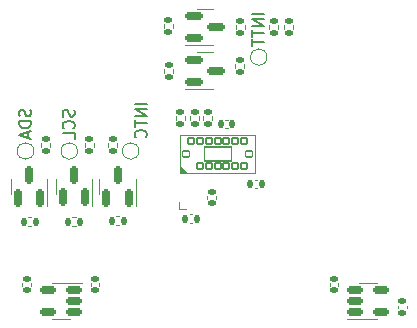
<source format=gbr>
%TF.GenerationSoftware,KiCad,Pcbnew,7.0.7*%
%TF.CreationDate,2023-11-09T15:37:00-05:00*%
%TF.ProjectId,Occupancy_Sensor-A,4f636375-7061-46e6-9379-5f53656e736f,rev?*%
%TF.SameCoordinates,Original*%
%TF.FileFunction,Legend,Bot*%
%TF.FilePolarity,Positive*%
%FSLAX46Y46*%
G04 Gerber Fmt 4.6, Leading zero omitted, Abs format (unit mm)*
G04 Created by KiCad (PCBNEW 7.0.7) date 2023-11-09 15:37:00*
%MOMM*%
%LPD*%
G01*
G04 APERTURE LIST*
G04 Aperture macros list*
%AMRoundRect*
0 Rectangle with rounded corners*
0 $1 Rounding radius*
0 $2 $3 $4 $5 $6 $7 $8 $9 X,Y pos of 4 corners*
0 Add a 4 corners polygon primitive as box body*
4,1,4,$2,$3,$4,$5,$6,$7,$8,$9,$2,$3,0*
0 Add four circle primitives for the rounded corners*
1,1,$1+$1,$2,$3*
1,1,$1+$1,$4,$5*
1,1,$1+$1,$6,$7*
1,1,$1+$1,$8,$9*
0 Add four rect primitives between the rounded corners*
20,1,$1+$1,$2,$3,$4,$5,0*
20,1,$1+$1,$4,$5,$6,$7,0*
20,1,$1+$1,$6,$7,$8,$9,0*
20,1,$1+$1,$8,$9,$2,$3,0*%
%AMOutline5P*
0 Free polygon, 5 corners , with rotation*
0 The origin of the aperture is its center*
0 number of corners: always 5*
0 $1 to $10 corner X, Y*
0 $11 Rotation angle, in degrees counterclockwise*
0 create outline with 5 corners*
4,1,5,$1,$2,$3,$4,$5,$6,$7,$8,$9,$10,$1,$2,$11*%
%AMOutline6P*
0 Free polygon, 6 corners , with rotation*
0 The origin of the aperture is its center*
0 number of corners: always 6*
0 $1 to $12 corner X, Y*
0 $13 Rotation angle, in degrees counterclockwise*
0 create outline with 6 corners*
4,1,6,$1,$2,$3,$4,$5,$6,$7,$8,$9,$10,$11,$12,$1,$2,$13*%
%AMOutline7P*
0 Free polygon, 7 corners , with rotation*
0 The origin of the aperture is its center*
0 number of corners: always 7*
0 $1 to $14 corner X, Y*
0 $15 Rotation angle, in degrees counterclockwise*
0 create outline with 7 corners*
4,1,7,$1,$2,$3,$4,$5,$6,$7,$8,$9,$10,$11,$12,$13,$14,$1,$2,$15*%
%AMOutline8P*
0 Free polygon, 8 corners , with rotation*
0 The origin of the aperture is its center*
0 number of corners: always 8*
0 $1 to $16 corner X, Y*
0 $17 Rotation angle, in degrees counterclockwise*
0 create outline with 8 corners*
4,1,8,$1,$2,$3,$4,$5,$6,$7,$8,$9,$10,$11,$12,$13,$14,$15,$16,$1,$2,$17*%
%AMFreePoly0*
4,1,17,0.235355,0.292855,0.250000,0.257500,0.250000,-0.007500,0.300000,-0.007500,0.335355,-0.022145,0.350000,-0.057500,0.350000,-0.257500,0.335355,-0.292855,0.300000,-0.307500,-0.300000,-0.307500,-0.335355,-0.292855,-0.350000,-0.257500,-0.350000,0.257500,-0.335355,0.292855,-0.300000,0.307500,0.200000,0.307500,0.235355,0.292855,0.235355,0.292855,$1*%
G04 Aperture macros list end*
%ADD10C,0.150000*%
%ADD11C,0.120000*%
%ADD12C,0.520000*%
%ADD13O,0.720000X0.520000*%
%ADD14O,1.350000X1.100000*%
%ADD15RoundRect,0.135000X0.185000X-0.135000X0.185000X0.135000X-0.185000X0.135000X-0.185000X-0.135000X0*%
%ADD16RoundRect,0.140000X0.170000X-0.140000X0.170000X0.140000X-0.170000X0.140000X-0.170000X-0.140000X0*%
%ADD17RoundRect,0.140000X-0.140000X-0.170000X0.140000X-0.170000X0.140000X0.170000X-0.140000X0.170000X0*%
%ADD18RoundRect,0.135000X0.135000X0.185000X-0.135000X0.185000X-0.135000X-0.185000X0.135000X-0.185000X0*%
%ADD19RoundRect,0.150000X0.150000X-0.587500X0.150000X0.587500X-0.150000X0.587500X-0.150000X-0.587500X0*%
%ADD20RoundRect,0.150000X-0.512500X-0.150000X0.512500X-0.150000X0.512500X0.150000X-0.512500X0.150000X0*%
%ADD21RoundRect,0.150000X-0.587500X-0.150000X0.587500X-0.150000X0.587500X0.150000X-0.587500X0.150000X0*%
%ADD22RoundRect,0.135000X-0.185000X0.135000X-0.185000X-0.135000X0.185000X-0.135000X0.185000X0.135000X0*%
%ADD23C,1.000000*%
%ADD24RoundRect,0.140000X-0.170000X0.140000X-0.170000X-0.140000X0.170000X-0.140000X0.170000X0.140000X0*%
%ADD25FreePoly0,180.000000*%
%ADD26RoundRect,0.050000X0.250000X0.257500X-0.250000X0.257500X-0.250000X-0.257500X0.250000X-0.257500X0*%
%ADD27RoundRect,0.050000X0.267500X0.250000X-0.267500X0.250000X-0.267500X-0.250000X0.267500X-0.250000X0*%
%ADD28RoundRect,0.050000X1.158000X0.600000X-1.158000X0.600000X-1.158000X-0.600000X1.158000X-0.600000X0*%
%ADD29RoundRect,0.150000X0.512500X0.150000X-0.512500X0.150000X-0.512500X-0.150000X0.512500X-0.150000X0*%
%ADD30Outline5P,-0.250000X0.175000X0.075000X0.175000X0.250000X0.000000X0.250000X-0.175000X-0.250000X-0.175000X0.000000*%
%ADD31R,0.500000X0.350000*%
%ADD32RoundRect,0.140000X0.140000X0.170000X-0.140000X0.170000X-0.140000X-0.170000X0.140000X-0.170000X0*%
G04 APERTURE END LIST*
D10*
X136107200Y-109709524D02*
X136154819Y-109852381D01*
X136154819Y-109852381D02*
X136154819Y-110090476D01*
X136154819Y-110090476D02*
X136107200Y-110185714D01*
X136107200Y-110185714D02*
X136059580Y-110233333D01*
X136059580Y-110233333D02*
X135964342Y-110280952D01*
X135964342Y-110280952D02*
X135869104Y-110280952D01*
X135869104Y-110280952D02*
X135773866Y-110233333D01*
X135773866Y-110233333D02*
X135726247Y-110185714D01*
X135726247Y-110185714D02*
X135678628Y-110090476D01*
X135678628Y-110090476D02*
X135631009Y-109900000D01*
X135631009Y-109900000D02*
X135583390Y-109804762D01*
X135583390Y-109804762D02*
X135535771Y-109757143D01*
X135535771Y-109757143D02*
X135440533Y-109709524D01*
X135440533Y-109709524D02*
X135345295Y-109709524D01*
X135345295Y-109709524D02*
X135250057Y-109757143D01*
X135250057Y-109757143D02*
X135202438Y-109804762D01*
X135202438Y-109804762D02*
X135154819Y-109900000D01*
X135154819Y-109900000D02*
X135154819Y-110138095D01*
X135154819Y-110138095D02*
X135202438Y-110280952D01*
X136059580Y-111280952D02*
X136107200Y-111233333D01*
X136107200Y-111233333D02*
X136154819Y-111090476D01*
X136154819Y-111090476D02*
X136154819Y-110995238D01*
X136154819Y-110995238D02*
X136107200Y-110852381D01*
X136107200Y-110852381D02*
X136011961Y-110757143D01*
X136011961Y-110757143D02*
X135916723Y-110709524D01*
X135916723Y-110709524D02*
X135726247Y-110661905D01*
X135726247Y-110661905D02*
X135583390Y-110661905D01*
X135583390Y-110661905D02*
X135392914Y-110709524D01*
X135392914Y-110709524D02*
X135297676Y-110757143D01*
X135297676Y-110757143D02*
X135202438Y-110852381D01*
X135202438Y-110852381D02*
X135154819Y-110995238D01*
X135154819Y-110995238D02*
X135154819Y-111090476D01*
X135154819Y-111090476D02*
X135202438Y-111233333D01*
X135202438Y-111233333D02*
X135250057Y-111280952D01*
X136154819Y-112185714D02*
X136154819Y-111709524D01*
X136154819Y-111709524D02*
X135154819Y-111709524D01*
X152204819Y-101564286D02*
X151204819Y-101564286D01*
X152204819Y-102040476D02*
X151204819Y-102040476D01*
X151204819Y-102040476D02*
X152204819Y-102611904D01*
X152204819Y-102611904D02*
X151204819Y-102611904D01*
X151204819Y-102945238D02*
X151204819Y-103516666D01*
X152204819Y-103230952D02*
X151204819Y-103230952D01*
X151204819Y-103707143D02*
X151204819Y-104278571D01*
X152204819Y-103992857D02*
X151204819Y-103992857D01*
X132407200Y-109685714D02*
X132454819Y-109828571D01*
X132454819Y-109828571D02*
X132454819Y-110066666D01*
X132454819Y-110066666D02*
X132407200Y-110161904D01*
X132407200Y-110161904D02*
X132359580Y-110209523D01*
X132359580Y-110209523D02*
X132264342Y-110257142D01*
X132264342Y-110257142D02*
X132169104Y-110257142D01*
X132169104Y-110257142D02*
X132073866Y-110209523D01*
X132073866Y-110209523D02*
X132026247Y-110161904D01*
X132026247Y-110161904D02*
X131978628Y-110066666D01*
X131978628Y-110066666D02*
X131931009Y-109876190D01*
X131931009Y-109876190D02*
X131883390Y-109780952D01*
X131883390Y-109780952D02*
X131835771Y-109733333D01*
X131835771Y-109733333D02*
X131740533Y-109685714D01*
X131740533Y-109685714D02*
X131645295Y-109685714D01*
X131645295Y-109685714D02*
X131550057Y-109733333D01*
X131550057Y-109733333D02*
X131502438Y-109780952D01*
X131502438Y-109780952D02*
X131454819Y-109876190D01*
X131454819Y-109876190D02*
X131454819Y-110114285D01*
X131454819Y-110114285D02*
X131502438Y-110257142D01*
X132454819Y-110685714D02*
X131454819Y-110685714D01*
X131454819Y-110685714D02*
X131454819Y-110923809D01*
X131454819Y-110923809D02*
X131502438Y-111066666D01*
X131502438Y-111066666D02*
X131597676Y-111161904D01*
X131597676Y-111161904D02*
X131692914Y-111209523D01*
X131692914Y-111209523D02*
X131883390Y-111257142D01*
X131883390Y-111257142D02*
X132026247Y-111257142D01*
X132026247Y-111257142D02*
X132216723Y-111209523D01*
X132216723Y-111209523D02*
X132311961Y-111161904D01*
X132311961Y-111161904D02*
X132407200Y-111066666D01*
X132407200Y-111066666D02*
X132454819Y-110923809D01*
X132454819Y-110923809D02*
X132454819Y-110685714D01*
X132169104Y-111638095D02*
X132169104Y-112114285D01*
X132454819Y-111542857D02*
X131454819Y-111876190D01*
X131454819Y-111876190D02*
X132454819Y-112209523D01*
X142254819Y-109195238D02*
X141254819Y-109195238D01*
X142254819Y-109671428D02*
X141254819Y-109671428D01*
X141254819Y-109671428D02*
X142254819Y-110242856D01*
X142254819Y-110242856D02*
X141254819Y-110242856D01*
X141254819Y-110576190D02*
X141254819Y-111147618D01*
X142254819Y-110861904D02*
X141254819Y-110861904D01*
X142159580Y-112052380D02*
X142207200Y-112004761D01*
X142207200Y-112004761D02*
X142254819Y-111861904D01*
X142254819Y-111861904D02*
X142254819Y-111766666D01*
X142254819Y-111766666D02*
X142207200Y-111623809D01*
X142207200Y-111623809D02*
X142111961Y-111528571D01*
X142111961Y-111528571D02*
X142016723Y-111480952D01*
X142016723Y-111480952D02*
X141826247Y-111433333D01*
X141826247Y-111433333D02*
X141683390Y-111433333D01*
X141683390Y-111433333D02*
X141492914Y-111480952D01*
X141492914Y-111480952D02*
X141397676Y-111528571D01*
X141397676Y-111528571D02*
X141302438Y-111623809D01*
X141302438Y-111623809D02*
X141254819Y-111766666D01*
X141254819Y-111766666D02*
X141254819Y-111861904D01*
X141254819Y-111861904D02*
X141302438Y-112004761D01*
X141302438Y-112004761D02*
X141350057Y-112052380D01*
D11*
%TO.C,R3*%
X144740000Y-110553641D02*
X144740000Y-110246359D01*
X145500000Y-110553641D02*
X145500000Y-110246359D01*
%TO.C,C5*%
X131740000Y-124607836D02*
X131740000Y-124392164D01*
X132460000Y-124607836D02*
X132460000Y-124392164D01*
%TO.C,C1*%
X148892164Y-110555000D02*
X149107836Y-110555000D01*
X148892164Y-111275000D02*
X149107836Y-111275000D01*
%TO.C,C8*%
X145912164Y-118555000D02*
X146127836Y-118555000D01*
X145912164Y-119275000D02*
X146127836Y-119275000D01*
%TO.C,R14*%
X139953641Y-119480000D02*
X139646359Y-119480000D01*
X139953641Y-118720000D02*
X139646359Y-118720000D01*
%TO.C,Q3*%
X138240000Y-116200000D02*
X138240000Y-116850000D01*
X138240000Y-116200000D02*
X138240000Y-115550000D01*
X141360000Y-116200000D02*
X141360000Y-117875000D01*
X141360000Y-116200000D02*
X141360000Y-115550000D01*
%TO.C,R5*%
X145940000Y-110553641D02*
X145940000Y-110246359D01*
X146700000Y-110553641D02*
X146700000Y-110246359D01*
%TO.C,U4*%
X161000000Y-124340000D02*
X160200000Y-124340000D01*
X161000000Y-124340000D02*
X161800000Y-124340000D01*
X161000000Y-127460000D02*
X159200000Y-127460000D01*
X161000000Y-127460000D02*
X161800000Y-127460000D01*
%TO.C,C6*%
X157740000Y-124607836D02*
X157740000Y-124392164D01*
X158460000Y-124607836D02*
X158460000Y-124392164D01*
%TO.C,C7*%
X163540000Y-126507836D02*
X163540000Y-126292164D01*
X164260000Y-126507836D02*
X164260000Y-126292164D01*
%TO.C,Q1*%
X147200000Y-101140000D02*
X146550000Y-101140000D01*
X147200000Y-101140000D02*
X147850000Y-101140000D01*
X147200000Y-104260000D02*
X145525000Y-104260000D01*
X147200000Y-104260000D02*
X147850000Y-104260000D01*
%TO.C,R12*%
X154680000Y-102546359D02*
X154680000Y-102853641D01*
X153920000Y-102546359D02*
X153920000Y-102853641D01*
%TO.C,Q4*%
X134540000Y-116187500D02*
X134540000Y-116837500D01*
X134540000Y-116187500D02*
X134540000Y-115537500D01*
X137660000Y-116187500D02*
X137660000Y-117862500D01*
X137660000Y-116187500D02*
X137660000Y-115537500D01*
%TO.C,TP3*%
X136400000Y-113200000D02*
G75*
G03*
X136400000Y-113200000I-700000J0D01*
G01*
%TO.C,R10*%
X149757500Y-106153641D02*
X149757500Y-105846359D01*
X150517500Y-106153641D02*
X150517500Y-105846359D01*
%TO.C,R16*%
X136253641Y-119567500D02*
X135946359Y-119567500D01*
X136253641Y-118807500D02*
X135946359Y-118807500D01*
%TO.C,C4*%
X148110000Y-117007164D02*
X148110000Y-117222836D01*
X147390000Y-117007164D02*
X147390000Y-117222836D01*
%TO.C,R20*%
X134080000Y-112546359D02*
X134080000Y-112853641D01*
X133320000Y-112546359D02*
X133320000Y-112853641D01*
%TO.C,U2*%
X151465000Y-115030000D02*
X151465000Y-113415000D01*
X151465000Y-113415000D02*
X151465000Y-111800000D01*
X151465000Y-111800000D02*
X145065000Y-111800000D01*
X145065000Y-115030000D02*
X151465000Y-115030000D01*
X145065000Y-115030000D02*
X145065000Y-113430000D01*
X145065000Y-113415000D02*
X145065000Y-111800000D01*
X145615000Y-115015000D02*
X145065000Y-115030000D01*
X145065000Y-114465000D01*
X145615000Y-115015000D01*
G36*
X145615000Y-115015000D02*
G01*
X145065000Y-115030000D01*
X145065000Y-114465000D01*
X145615000Y-115015000D01*
G37*
%TO.C,R4*%
X147800000Y-110246359D02*
X147800000Y-110553641D01*
X147040000Y-110246359D02*
X147040000Y-110553641D01*
%TO.C,Q2*%
X147200000Y-104840000D02*
X146550000Y-104840000D01*
X147200000Y-104840000D02*
X147850000Y-104840000D01*
X147200000Y-107960000D02*
X145525000Y-107960000D01*
X147200000Y-107960000D02*
X147850000Y-107960000D01*
%TO.C,U1*%
X135000000Y-127460000D02*
X135800000Y-127460000D01*
X135000000Y-127460000D02*
X134200000Y-127460000D01*
X135000000Y-124340000D02*
X136800000Y-124340000D01*
X135000000Y-124340000D02*
X134200000Y-124340000D01*
%TO.C,TP5*%
X152450000Y-105250000D02*
G75*
G03*
X152450000Y-105250000I-700000J0D01*
G01*
%TO.C,TP4*%
X132700000Y-113200000D02*
G75*
G03*
X132700000Y-113200000I-700000J0D01*
G01*
%TO.C,U5*%
X145000000Y-118115000D02*
X145000000Y-117515000D01*
X145600000Y-118115000D02*
X145000000Y-118115000D01*
%TO.C,C2*%
X151607836Y-116360000D02*
X151392164Y-116360000D01*
X151607836Y-115640000D02*
X151392164Y-115640000D01*
%TO.C,C3*%
X137540000Y-124607836D02*
X137540000Y-124392164D01*
X138260000Y-124607836D02*
X138260000Y-124392164D01*
%TO.C,R17*%
X139780000Y-112546359D02*
X139780000Y-112853641D01*
X139020000Y-112546359D02*
X139020000Y-112853641D01*
%TO.C,TP7*%
X141600000Y-113200000D02*
G75*
G03*
X141600000Y-113200000I-700000J0D01*
G01*
%TO.C,R6*%
X143720000Y-102753641D02*
X143720000Y-102446359D01*
X144480000Y-102753641D02*
X144480000Y-102446359D01*
%TO.C,Q7*%
X130740000Y-116200000D02*
X130740000Y-116850000D01*
X130740000Y-116200000D02*
X130740000Y-115550000D01*
X133860000Y-116200000D02*
X133860000Y-117875000D01*
X133860000Y-116200000D02*
X133860000Y-115550000D01*
%TO.C,R19*%
X132503641Y-119567500D02*
X132196359Y-119567500D01*
X132503641Y-118807500D02*
X132196359Y-118807500D01*
%TO.C,R11*%
X152620000Y-102853641D02*
X152620000Y-102546359D01*
X153380000Y-102853641D02*
X153380000Y-102546359D01*
%TO.C,R7*%
X143757500Y-106553641D02*
X143757500Y-106246359D01*
X144517500Y-106553641D02*
X144517500Y-106246359D01*
%TO.C,R9*%
X150580000Y-102546359D02*
X150580000Y-102853641D01*
X149820000Y-102546359D02*
X149820000Y-102853641D01*
%TO.C,R18*%
X137020000Y-112853641D02*
X137020000Y-112546359D01*
X137780000Y-112853641D02*
X137780000Y-112546359D01*
%TD*%
%LPC*%
D12*
%TO.C,J4*%
X144250000Y-126150000D03*
D13*
X151750000Y-126150000D03*
D14*
X145600000Y-124000000D03*
X145600000Y-128300000D03*
X150400000Y-124000000D03*
X150400000Y-128300000D03*
%TD*%
D15*
%TO.C,R3*%
X145120000Y-110910000D03*
X145120000Y-109890000D03*
%TD*%
D16*
%TO.C,C5*%
X132100000Y-124980000D03*
X132100000Y-124020000D03*
%TD*%
D17*
%TO.C,C1*%
X148520000Y-110915000D03*
X149480000Y-110915000D03*
%TD*%
%TO.C,C8*%
X145540000Y-118915000D03*
X146500000Y-118915000D03*
%TD*%
D18*
%TO.C,R14*%
X140310000Y-119100000D03*
X139290000Y-119100000D03*
%TD*%
D19*
%TO.C,Q3*%
X140750000Y-117137500D03*
X138850000Y-117137500D03*
X139800000Y-115262500D03*
%TD*%
D15*
%TO.C,R5*%
X146320000Y-110910000D03*
X146320000Y-109890000D03*
%TD*%
D20*
%TO.C,U4*%
X159862500Y-126850000D03*
X159862500Y-125900000D03*
X159862500Y-124950000D03*
X162137500Y-124950000D03*
X162137500Y-126850000D03*
%TD*%
D16*
%TO.C,C6*%
X158100000Y-124980000D03*
X158100000Y-124020000D03*
%TD*%
%TO.C,C7*%
X163900000Y-126880000D03*
X163900000Y-125920000D03*
%TD*%
D21*
%TO.C,Q1*%
X146262500Y-103650000D03*
X146262500Y-101750000D03*
X148137500Y-102700000D03*
%TD*%
D22*
%TO.C,R12*%
X154300000Y-102190000D03*
X154300000Y-103210000D03*
%TD*%
D19*
%TO.C,Q4*%
X137050000Y-117125000D03*
X135150000Y-117125000D03*
X136100000Y-115250000D03*
%TD*%
D23*
%TO.C,TP3*%
X135700000Y-113200000D03*
%TD*%
D15*
%TO.C,R10*%
X150137500Y-106510000D03*
X150137500Y-105490000D03*
%TD*%
D18*
%TO.C,R16*%
X136610000Y-119187500D03*
X135590000Y-119187500D03*
%TD*%
D24*
%TO.C,C4*%
X147750000Y-116635000D03*
X147750000Y-117595000D03*
%TD*%
D22*
%TO.C,R20*%
X133700000Y-112190000D03*
X133700000Y-113210000D03*
%TD*%
D25*
%TO.C,U2*%
X145965000Y-114472500D03*
D26*
X146765000Y-114472500D03*
X147515000Y-114472500D03*
X148265000Y-114472500D03*
X149015000Y-114472500D03*
X149765000Y-114472500D03*
X150515000Y-114472500D03*
D27*
X145597500Y-113415000D03*
D28*
X148265000Y-113415000D03*
D27*
X150932500Y-113415000D03*
D26*
X146015000Y-112357500D03*
X146765000Y-112357500D03*
X147515000Y-112357500D03*
X148265000Y-112357500D03*
X149015000Y-112357500D03*
X149765000Y-112357500D03*
X150515000Y-112357500D03*
%TD*%
D22*
%TO.C,R4*%
X147420000Y-109890000D03*
X147420000Y-110910000D03*
%TD*%
D21*
%TO.C,Q2*%
X146262500Y-107350000D03*
X146262500Y-105450000D03*
X148137500Y-106400000D03*
%TD*%
D29*
%TO.C,U1*%
X136137500Y-124950000D03*
X136137500Y-125900000D03*
X136137500Y-126850000D03*
X133862500Y-126850000D03*
X133862500Y-124950000D03*
%TD*%
D23*
%TO.C,TP5*%
X151750000Y-105250000D03*
%TD*%
%TO.C,TP4*%
X132000000Y-113200000D03*
%TD*%
D30*
%TO.C,U5*%
X145450000Y-117775000D03*
D31*
X145450000Y-117135000D03*
X145450000Y-116495000D03*
X145450000Y-115855000D03*
X146550000Y-115855000D03*
X146550000Y-116495000D03*
X146550000Y-117135000D03*
X146550000Y-117775000D03*
%TD*%
D32*
%TO.C,C2*%
X151980000Y-116000000D03*
X151020000Y-116000000D03*
%TD*%
D16*
%TO.C,C3*%
X137900000Y-124980000D03*
X137900000Y-124020000D03*
%TD*%
D22*
%TO.C,R17*%
X139400000Y-112190000D03*
X139400000Y-113210000D03*
%TD*%
D23*
%TO.C,TP7*%
X140900000Y-113200000D03*
%TD*%
D15*
%TO.C,R6*%
X144100000Y-103110000D03*
X144100000Y-102090000D03*
%TD*%
D19*
%TO.C,Q7*%
X133250000Y-117137500D03*
X131350000Y-117137500D03*
X132300000Y-115262500D03*
%TD*%
D18*
%TO.C,R19*%
X132860000Y-119187500D03*
X131840000Y-119187500D03*
%TD*%
D15*
%TO.C,R11*%
X153000000Y-103210000D03*
X153000000Y-102190000D03*
%TD*%
%TO.C,R7*%
X144137500Y-106910000D03*
X144137500Y-105890000D03*
%TD*%
D22*
%TO.C,R9*%
X150200000Y-102190000D03*
X150200000Y-103210000D03*
%TD*%
D15*
%TO.C,R18*%
X137400000Y-113210000D03*
X137400000Y-112190000D03*
%TD*%
%LPD*%
M02*

</source>
